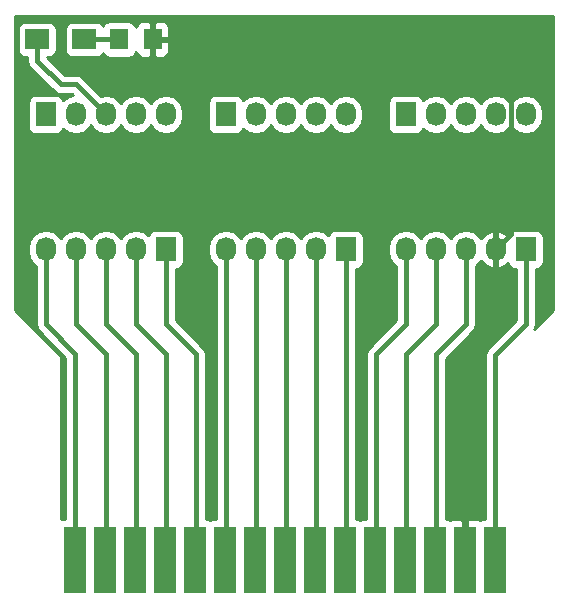
<source format=gtl>
%TF.GenerationSoftware,KiCad,Pcbnew,4.0.2+dfsg1-stable*%
%TF.CreationDate,2019-04-14T23:19:02+02:00*%
%TF.ProjectId,CART-Breakout,434152542D427265616B6F75742E6B69,rev?*%
%TF.FileFunction,Copper,L1,Top,Signal*%
%FSLAX46Y46*%
G04 Gerber Fmt 4.6, Leading zero omitted, Abs format (unit mm)*
G04 Created by KiCad (PCBNEW 4.0.2+dfsg1-stable) date Sun 14 Apr 2019 23:19:02 CEST*
%MOMM*%
G01*
G04 APERTURE LIST*
%ADD10C,0.100000*%
%ADD11R,1.930400X5.588000*%
%ADD12R,1.597660X1.800860*%
%ADD13R,1.727200X2.032000*%
%ADD14O,1.727200X2.032000*%
%ADD15R,2.000000X1.700000*%
%ADD16C,0.400000*%
%ADD17C,0.254000*%
G04 APERTURE END LIST*
D10*
D11*
X168830000Y-115152000D03*
X166290000Y-115152000D03*
X163750000Y-115152000D03*
X161210000Y-115152000D03*
X158670000Y-115152000D03*
X156130000Y-115152000D03*
X153590000Y-115152000D03*
X151050000Y-115152000D03*
X148510000Y-115152000D03*
X145970000Y-115152000D03*
X143430000Y-115152000D03*
X140890000Y-115152000D03*
X138350000Y-115152000D03*
X135810000Y-115152000D03*
X133270000Y-115152000D03*
D12*
X137010140Y-71120000D03*
X139849860Y-71120000D03*
D13*
X161290000Y-77470000D03*
D14*
X163830000Y-77470000D03*
X166370000Y-77470000D03*
X168910000Y-77470000D03*
X171450000Y-77470000D03*
D13*
X146050000Y-77470000D03*
D14*
X148590000Y-77470000D03*
X151130000Y-77470000D03*
X153670000Y-77470000D03*
X156210000Y-77470000D03*
D13*
X130810000Y-77470000D03*
D14*
X133350000Y-77470000D03*
X135890000Y-77470000D03*
X138430000Y-77470000D03*
X140970000Y-77470000D03*
D13*
X140970000Y-88900000D03*
D14*
X138430000Y-88900000D03*
X135890000Y-88900000D03*
X133350000Y-88900000D03*
X130810000Y-88900000D03*
D13*
X156210000Y-88900000D03*
D14*
X153670000Y-88900000D03*
X151130000Y-88900000D03*
X148590000Y-88900000D03*
X146050000Y-88900000D03*
D13*
X171450000Y-88900000D03*
D14*
X168910000Y-88900000D03*
X166370000Y-88900000D03*
X163830000Y-88900000D03*
X161290000Y-88900000D03*
D15*
X130080000Y-71120000D03*
X134080000Y-71120000D03*
D16*
X134080000Y-71120000D02*
X137010140Y-71120000D01*
X139849860Y-71120000D02*
X166370000Y-71120000D01*
X170180000Y-87630000D02*
X168910000Y-88900000D01*
X170180000Y-74930000D02*
X170180000Y-87630000D01*
X166370000Y-71120000D02*
X170180000Y-74930000D01*
X168910000Y-88900000D02*
X168910000Y-95250000D01*
X166370000Y-97790000D02*
X166370000Y-115072000D01*
X168910000Y-95250000D02*
X166370000Y-97790000D01*
X166370000Y-115072000D02*
X166290000Y-115152000D01*
X168830000Y-115152000D02*
X168830000Y-97870000D01*
X171450000Y-95250000D02*
X171450000Y-88900000D01*
X168830000Y-97870000D02*
X171450000Y-95250000D01*
X130080000Y-71120000D02*
X130080000Y-72930000D01*
X133350000Y-74930000D02*
X135890000Y-77470000D01*
X132080000Y-74930000D02*
X133350000Y-74930000D01*
X130080000Y-72930000D02*
X132080000Y-74930000D01*
X166370000Y-88900000D02*
X166370000Y-95250000D01*
X163830000Y-97790000D02*
X163830000Y-115072000D01*
X166370000Y-95250000D02*
X163830000Y-97790000D01*
X163830000Y-115072000D02*
X163750000Y-115152000D01*
X163830000Y-88900000D02*
X163830000Y-95250000D01*
X161290000Y-97790000D02*
X161290000Y-115072000D01*
X163830000Y-95250000D02*
X161290000Y-97790000D01*
X161290000Y-115072000D02*
X161210000Y-115152000D01*
X161290000Y-88900000D02*
X161290000Y-95250000D01*
X158750000Y-97790000D02*
X158750000Y-115072000D01*
X161290000Y-95250000D02*
X158750000Y-97790000D01*
X158750000Y-115072000D02*
X158670000Y-115152000D01*
X156210000Y-88900000D02*
X156210000Y-115072000D01*
X156210000Y-115072000D02*
X156130000Y-115152000D01*
X153670000Y-88900000D02*
X153670000Y-115072000D01*
X153670000Y-115072000D02*
X153590000Y-115152000D01*
X151130000Y-88900000D02*
X151130000Y-115072000D01*
X151130000Y-115072000D02*
X151050000Y-115152000D01*
X148590000Y-88900000D02*
X148590000Y-115072000D01*
X148590000Y-115072000D02*
X148510000Y-115152000D01*
X146050000Y-88900000D02*
X146050000Y-115072000D01*
X146050000Y-115072000D02*
X145970000Y-115152000D01*
X140970000Y-88900000D02*
X140970000Y-95250000D01*
X143510000Y-97790000D02*
X143510000Y-115072000D01*
X140970000Y-95250000D02*
X143510000Y-97790000D01*
X143510000Y-115072000D02*
X143430000Y-115152000D01*
X138430000Y-88900000D02*
X138430000Y-95250000D01*
X140970000Y-97790000D02*
X140970000Y-115072000D01*
X138430000Y-95250000D02*
X140970000Y-97790000D01*
X140970000Y-115072000D02*
X140890000Y-115152000D01*
X135890000Y-88900000D02*
X135890000Y-95250000D01*
X138430000Y-97790000D02*
X138430000Y-115072000D01*
X135890000Y-95250000D02*
X138430000Y-97790000D01*
X138430000Y-115072000D02*
X138350000Y-115152000D01*
X133350000Y-88900000D02*
X133350000Y-95250000D01*
X135890000Y-97790000D02*
X135890000Y-115072000D01*
X133350000Y-95250000D02*
X135890000Y-97790000D01*
X135890000Y-115072000D02*
X135810000Y-115152000D01*
X130810000Y-88900000D02*
X130810000Y-95250000D01*
X133270000Y-97710000D02*
X133270000Y-115152000D01*
X130810000Y-95250000D02*
X133270000Y-97710000D01*
D17*
G36*
X173790000Y-94030394D02*
X172162210Y-95658184D01*
X172221440Y-95569540D01*
X172285000Y-95250000D01*
X172285000Y-90563440D01*
X172313600Y-90563440D01*
X172548917Y-90519162D01*
X172765041Y-90380090D01*
X172910031Y-90167890D01*
X172961040Y-89916000D01*
X172961040Y-87884000D01*
X172916762Y-87648683D01*
X172777690Y-87432559D01*
X172565490Y-87287569D01*
X172313600Y-87236560D01*
X170586400Y-87236560D01*
X170351083Y-87280838D01*
X170134959Y-87419910D01*
X169989969Y-87632110D01*
X169970768Y-87726927D01*
X169812036Y-87549268D01*
X169284791Y-87295291D01*
X169269026Y-87292642D01*
X169037000Y-87413783D01*
X169037000Y-88773000D01*
X169057000Y-88773000D01*
X169057000Y-89027000D01*
X169037000Y-89027000D01*
X169037000Y-90386217D01*
X169269026Y-90507358D01*
X169284791Y-90504709D01*
X169812036Y-90250732D01*
X169968907Y-90075155D01*
X169983238Y-90151317D01*
X170122310Y-90367441D01*
X170334510Y-90512431D01*
X170586400Y-90563440D01*
X170615000Y-90563440D01*
X170615000Y-94904132D01*
X168239566Y-97279566D01*
X168058561Y-97550459D01*
X167995000Y-97870000D01*
X167995000Y-111710560D01*
X167864800Y-111710560D01*
X167629483Y-111754838D01*
X167562473Y-111797958D01*
X167381510Y-111723000D01*
X166575750Y-111723000D01*
X166417000Y-111881750D01*
X166417000Y-115025000D01*
X166437000Y-115025000D01*
X166437000Y-115279000D01*
X166417000Y-115279000D01*
X166417000Y-115299000D01*
X166163000Y-115299000D01*
X166163000Y-115279000D01*
X166143000Y-115279000D01*
X166143000Y-115025000D01*
X166163000Y-115025000D01*
X166163000Y-111881750D01*
X166004250Y-111723000D01*
X165198490Y-111723000D01*
X165019282Y-111797230D01*
X164967090Y-111761569D01*
X164715200Y-111710560D01*
X164665000Y-111710560D01*
X164665000Y-98135868D01*
X166960434Y-95840434D01*
X167047587Y-95710000D01*
X167141439Y-95569541D01*
X167205000Y-95250000D01*
X167205000Y-90294535D01*
X167429670Y-90144415D01*
X167636461Y-89834931D01*
X168007964Y-90250732D01*
X168535209Y-90504709D01*
X168550974Y-90507358D01*
X168783000Y-90386217D01*
X168783000Y-89027000D01*
X168763000Y-89027000D01*
X168763000Y-88773000D01*
X168783000Y-88773000D01*
X168783000Y-87413783D01*
X168550974Y-87292642D01*
X168535209Y-87295291D01*
X168007964Y-87549268D01*
X167636461Y-87965069D01*
X167429670Y-87655585D01*
X166943489Y-87330729D01*
X166370000Y-87216655D01*
X165796511Y-87330729D01*
X165310330Y-87655585D01*
X165100000Y-87970366D01*
X164889670Y-87655585D01*
X164403489Y-87330729D01*
X163830000Y-87216655D01*
X163256511Y-87330729D01*
X162770330Y-87655585D01*
X162560000Y-87970366D01*
X162349670Y-87655585D01*
X161863489Y-87330729D01*
X161290000Y-87216655D01*
X160716511Y-87330729D01*
X160230330Y-87655585D01*
X159905474Y-88141766D01*
X159791400Y-88715255D01*
X159791400Y-89084745D01*
X159905474Y-89658234D01*
X160230330Y-90144415D01*
X160455000Y-90294535D01*
X160455000Y-94904132D01*
X158159566Y-97199566D01*
X157978561Y-97470459D01*
X157915000Y-97790000D01*
X157915000Y-111710560D01*
X157704800Y-111710560D01*
X157469483Y-111754838D01*
X157401378Y-111798662D01*
X157347090Y-111761569D01*
X157095200Y-111710560D01*
X157045000Y-111710560D01*
X157045000Y-90563440D01*
X157073600Y-90563440D01*
X157308917Y-90519162D01*
X157525041Y-90380090D01*
X157670031Y-90167890D01*
X157721040Y-89916000D01*
X157721040Y-87884000D01*
X157676762Y-87648683D01*
X157537690Y-87432559D01*
X157325490Y-87287569D01*
X157073600Y-87236560D01*
X155346400Y-87236560D01*
X155111083Y-87280838D01*
X154894959Y-87419910D01*
X154749969Y-87632110D01*
X154741600Y-87673439D01*
X154729670Y-87655585D01*
X154243489Y-87330729D01*
X153670000Y-87216655D01*
X153096511Y-87330729D01*
X152610330Y-87655585D01*
X152400000Y-87970366D01*
X152189670Y-87655585D01*
X151703489Y-87330729D01*
X151130000Y-87216655D01*
X150556511Y-87330729D01*
X150070330Y-87655585D01*
X149860000Y-87970366D01*
X149649670Y-87655585D01*
X149163489Y-87330729D01*
X148590000Y-87216655D01*
X148016511Y-87330729D01*
X147530330Y-87655585D01*
X147320000Y-87970366D01*
X147109670Y-87655585D01*
X146623489Y-87330729D01*
X146050000Y-87216655D01*
X145476511Y-87330729D01*
X144990330Y-87655585D01*
X144665474Y-88141766D01*
X144551400Y-88715255D01*
X144551400Y-89084745D01*
X144665474Y-89658234D01*
X144990330Y-90144415D01*
X145215000Y-90294535D01*
X145215000Y-111710560D01*
X145004800Y-111710560D01*
X144769483Y-111754838D01*
X144701378Y-111798662D01*
X144647090Y-111761569D01*
X144395200Y-111710560D01*
X144345000Y-111710560D01*
X144345000Y-97790000D01*
X144281439Y-97470459D01*
X144100434Y-97199566D01*
X141805000Y-94904132D01*
X141805000Y-90563440D01*
X141833600Y-90563440D01*
X142068917Y-90519162D01*
X142285041Y-90380090D01*
X142430031Y-90167890D01*
X142481040Y-89916000D01*
X142481040Y-87884000D01*
X142436762Y-87648683D01*
X142297690Y-87432559D01*
X142085490Y-87287569D01*
X141833600Y-87236560D01*
X140106400Y-87236560D01*
X139871083Y-87280838D01*
X139654959Y-87419910D01*
X139509969Y-87632110D01*
X139501600Y-87673439D01*
X139489670Y-87655585D01*
X139003489Y-87330729D01*
X138430000Y-87216655D01*
X137856511Y-87330729D01*
X137370330Y-87655585D01*
X137160000Y-87970366D01*
X136949670Y-87655585D01*
X136463489Y-87330729D01*
X135890000Y-87216655D01*
X135316511Y-87330729D01*
X134830330Y-87655585D01*
X134620000Y-87970366D01*
X134409670Y-87655585D01*
X133923489Y-87330729D01*
X133350000Y-87216655D01*
X132776511Y-87330729D01*
X132290330Y-87655585D01*
X132080000Y-87970366D01*
X131869670Y-87655585D01*
X131383489Y-87330729D01*
X130810000Y-87216655D01*
X130236511Y-87330729D01*
X129750330Y-87655585D01*
X129425474Y-88141766D01*
X129311400Y-88715255D01*
X129311400Y-89084745D01*
X129425474Y-89658234D01*
X129750330Y-90144415D01*
X129975000Y-90294535D01*
X129975000Y-95250000D01*
X130038561Y-95569541D01*
X130132413Y-95710000D01*
X130219566Y-95840434D01*
X132435000Y-98055868D01*
X132435000Y-111710560D01*
X132304800Y-111710560D01*
X132127000Y-111744015D01*
X132127000Y-98000000D01*
X132116994Y-97950590D01*
X132089803Y-97910197D01*
X128210000Y-94030394D01*
X128210000Y-70270000D01*
X128432560Y-70270000D01*
X128432560Y-71970000D01*
X128476838Y-72205317D01*
X128615910Y-72421441D01*
X128828110Y-72566431D01*
X129080000Y-72617440D01*
X129245000Y-72617440D01*
X129245000Y-72930000D01*
X129308561Y-73249541D01*
X129489566Y-73520434D01*
X131489566Y-75520434D01*
X131760459Y-75701439D01*
X132080000Y-75765000D01*
X133004132Y-75765000D01*
X133079577Y-75840445D01*
X132776511Y-75900729D01*
X132290330Y-76225585D01*
X132280757Y-76239913D01*
X132276762Y-76218683D01*
X132137690Y-76002559D01*
X131925490Y-75857569D01*
X131673600Y-75806560D01*
X129946400Y-75806560D01*
X129711083Y-75850838D01*
X129494959Y-75989910D01*
X129349969Y-76202110D01*
X129298960Y-76454000D01*
X129298960Y-78486000D01*
X129343238Y-78721317D01*
X129482310Y-78937441D01*
X129694510Y-79082431D01*
X129946400Y-79133440D01*
X131673600Y-79133440D01*
X131908917Y-79089162D01*
X132125041Y-78950090D01*
X132270031Y-78737890D01*
X132278400Y-78696561D01*
X132290330Y-78714415D01*
X132776511Y-79039271D01*
X133350000Y-79153345D01*
X133923489Y-79039271D01*
X134409670Y-78714415D01*
X134620000Y-78399634D01*
X134830330Y-78714415D01*
X135316511Y-79039271D01*
X135890000Y-79153345D01*
X136463489Y-79039271D01*
X136949670Y-78714415D01*
X137160000Y-78399634D01*
X137370330Y-78714415D01*
X137856511Y-79039271D01*
X138430000Y-79153345D01*
X139003489Y-79039271D01*
X139489670Y-78714415D01*
X139700000Y-78399634D01*
X139910330Y-78714415D01*
X140396511Y-79039271D01*
X140970000Y-79153345D01*
X141543489Y-79039271D01*
X142029670Y-78714415D01*
X142354526Y-78228234D01*
X142468600Y-77654745D01*
X142468600Y-77285255D01*
X142354526Y-76711766D01*
X142182293Y-76454000D01*
X144538960Y-76454000D01*
X144538960Y-78486000D01*
X144583238Y-78721317D01*
X144722310Y-78937441D01*
X144934510Y-79082431D01*
X145186400Y-79133440D01*
X146913600Y-79133440D01*
X147148917Y-79089162D01*
X147365041Y-78950090D01*
X147510031Y-78737890D01*
X147518400Y-78696561D01*
X147530330Y-78714415D01*
X148016511Y-79039271D01*
X148590000Y-79153345D01*
X149163489Y-79039271D01*
X149649670Y-78714415D01*
X149860000Y-78399634D01*
X150070330Y-78714415D01*
X150556511Y-79039271D01*
X151130000Y-79153345D01*
X151703489Y-79039271D01*
X152189670Y-78714415D01*
X152400000Y-78399634D01*
X152610330Y-78714415D01*
X153096511Y-79039271D01*
X153670000Y-79153345D01*
X154243489Y-79039271D01*
X154729670Y-78714415D01*
X154940000Y-78399634D01*
X155150330Y-78714415D01*
X155636511Y-79039271D01*
X156210000Y-79153345D01*
X156783489Y-79039271D01*
X157269670Y-78714415D01*
X157594526Y-78228234D01*
X157708600Y-77654745D01*
X157708600Y-77285255D01*
X157594526Y-76711766D01*
X157422293Y-76454000D01*
X159778960Y-76454000D01*
X159778960Y-78486000D01*
X159823238Y-78721317D01*
X159962310Y-78937441D01*
X160174510Y-79082431D01*
X160426400Y-79133440D01*
X162153600Y-79133440D01*
X162388917Y-79089162D01*
X162605041Y-78950090D01*
X162750031Y-78737890D01*
X162758400Y-78696561D01*
X162770330Y-78714415D01*
X163256511Y-79039271D01*
X163830000Y-79153345D01*
X164403489Y-79039271D01*
X164889670Y-78714415D01*
X165100000Y-78399634D01*
X165310330Y-78714415D01*
X165796511Y-79039271D01*
X166370000Y-79153345D01*
X166943489Y-79039271D01*
X167429670Y-78714415D01*
X167640000Y-78399634D01*
X167850330Y-78714415D01*
X168336511Y-79039271D01*
X168910000Y-79153345D01*
X169483489Y-79039271D01*
X169969670Y-78714415D01*
X170180000Y-78399634D01*
X170390330Y-78714415D01*
X170876511Y-79039271D01*
X171450000Y-79153345D01*
X172023489Y-79039271D01*
X172509670Y-78714415D01*
X172834526Y-78228234D01*
X172948600Y-77654745D01*
X172948600Y-77285255D01*
X172834526Y-76711766D01*
X172509670Y-76225585D01*
X172023489Y-75900729D01*
X171450000Y-75786655D01*
X170876511Y-75900729D01*
X170390330Y-76225585D01*
X170180000Y-76540366D01*
X169969670Y-76225585D01*
X169483489Y-75900729D01*
X168910000Y-75786655D01*
X168336511Y-75900729D01*
X167850330Y-76225585D01*
X167640000Y-76540366D01*
X167429670Y-76225585D01*
X166943489Y-75900729D01*
X166370000Y-75786655D01*
X165796511Y-75900729D01*
X165310330Y-76225585D01*
X165100000Y-76540366D01*
X164889670Y-76225585D01*
X164403489Y-75900729D01*
X163830000Y-75786655D01*
X163256511Y-75900729D01*
X162770330Y-76225585D01*
X162760757Y-76239913D01*
X162756762Y-76218683D01*
X162617690Y-76002559D01*
X162405490Y-75857569D01*
X162153600Y-75806560D01*
X160426400Y-75806560D01*
X160191083Y-75850838D01*
X159974959Y-75989910D01*
X159829969Y-76202110D01*
X159778960Y-76454000D01*
X157422293Y-76454000D01*
X157269670Y-76225585D01*
X156783489Y-75900729D01*
X156210000Y-75786655D01*
X155636511Y-75900729D01*
X155150330Y-76225585D01*
X154940000Y-76540366D01*
X154729670Y-76225585D01*
X154243489Y-75900729D01*
X153670000Y-75786655D01*
X153096511Y-75900729D01*
X152610330Y-76225585D01*
X152400000Y-76540366D01*
X152189670Y-76225585D01*
X151703489Y-75900729D01*
X151130000Y-75786655D01*
X150556511Y-75900729D01*
X150070330Y-76225585D01*
X149860000Y-76540366D01*
X149649670Y-76225585D01*
X149163489Y-75900729D01*
X148590000Y-75786655D01*
X148016511Y-75900729D01*
X147530330Y-76225585D01*
X147520757Y-76239913D01*
X147516762Y-76218683D01*
X147377690Y-76002559D01*
X147165490Y-75857569D01*
X146913600Y-75806560D01*
X145186400Y-75806560D01*
X144951083Y-75850838D01*
X144734959Y-75989910D01*
X144589969Y-76202110D01*
X144538960Y-76454000D01*
X142182293Y-76454000D01*
X142029670Y-76225585D01*
X141543489Y-75900729D01*
X140970000Y-75786655D01*
X140396511Y-75900729D01*
X139910330Y-76225585D01*
X139700000Y-76540366D01*
X139489670Y-76225585D01*
X139003489Y-75900729D01*
X138430000Y-75786655D01*
X137856511Y-75900729D01*
X137370330Y-76225585D01*
X137160000Y-76540366D01*
X136949670Y-76225585D01*
X136463489Y-75900729D01*
X135890000Y-75786655D01*
X135470889Y-75870021D01*
X133940434Y-74339566D01*
X133669541Y-74158561D01*
X133350000Y-74095000D01*
X132425868Y-74095000D01*
X130948308Y-72617440D01*
X131080000Y-72617440D01*
X131315317Y-72573162D01*
X131531441Y-72434090D01*
X131676431Y-72221890D01*
X131727440Y-71970000D01*
X131727440Y-70270000D01*
X132432560Y-70270000D01*
X132432560Y-71970000D01*
X132476838Y-72205317D01*
X132615910Y-72421441D01*
X132828110Y-72566431D01*
X133080000Y-72617440D01*
X135080000Y-72617440D01*
X135315317Y-72573162D01*
X135531441Y-72434090D01*
X135630046Y-72289777D01*
X135747220Y-72471871D01*
X135959420Y-72616861D01*
X136211310Y-72667870D01*
X137808970Y-72667870D01*
X138044287Y-72623592D01*
X138260411Y-72484520D01*
X138405401Y-72272320D01*
X138425971Y-72170741D01*
X138512703Y-72380129D01*
X138691332Y-72558757D01*
X138924721Y-72655430D01*
X139564110Y-72655430D01*
X139722860Y-72496680D01*
X139722860Y-71247000D01*
X139976860Y-71247000D01*
X139976860Y-72496680D01*
X140135610Y-72655430D01*
X140774999Y-72655430D01*
X141008388Y-72558757D01*
X141187017Y-72380129D01*
X141283690Y-72146740D01*
X141283690Y-71405750D01*
X141124940Y-71247000D01*
X139976860Y-71247000D01*
X139722860Y-71247000D01*
X139702860Y-71247000D01*
X139702860Y-70993000D01*
X139722860Y-70993000D01*
X139722860Y-69743320D01*
X139976860Y-69743320D01*
X139976860Y-70993000D01*
X141124940Y-70993000D01*
X141283690Y-70834250D01*
X141283690Y-70093260D01*
X141187017Y-69859871D01*
X141008388Y-69681243D01*
X140774999Y-69584570D01*
X140135610Y-69584570D01*
X139976860Y-69743320D01*
X139722860Y-69743320D01*
X139564110Y-69584570D01*
X138924721Y-69584570D01*
X138691332Y-69681243D01*
X138512703Y-69859871D01*
X138427454Y-70065681D01*
X138412132Y-69984253D01*
X138273060Y-69768129D01*
X138060860Y-69623139D01*
X137808970Y-69572130D01*
X136211310Y-69572130D01*
X135975993Y-69616408D01*
X135759869Y-69755480D01*
X135627840Y-69948711D01*
X135544090Y-69818559D01*
X135331890Y-69673569D01*
X135080000Y-69622560D01*
X133080000Y-69622560D01*
X132844683Y-69666838D01*
X132628559Y-69805910D01*
X132483569Y-70018110D01*
X132432560Y-70270000D01*
X131727440Y-70270000D01*
X131683162Y-70034683D01*
X131544090Y-69818559D01*
X131331890Y-69673569D01*
X131080000Y-69622560D01*
X129080000Y-69622560D01*
X128844683Y-69666838D01*
X128628559Y-69805910D01*
X128483569Y-70018110D01*
X128432560Y-70270000D01*
X128210000Y-70270000D01*
X128210000Y-69127000D01*
X173790000Y-69127000D01*
X173790000Y-94030394D01*
X173790000Y-94030394D01*
G37*
X173790000Y-94030394D02*
X172162210Y-95658184D01*
X172221440Y-95569540D01*
X172285000Y-95250000D01*
X172285000Y-90563440D01*
X172313600Y-90563440D01*
X172548917Y-90519162D01*
X172765041Y-90380090D01*
X172910031Y-90167890D01*
X172961040Y-89916000D01*
X172961040Y-87884000D01*
X172916762Y-87648683D01*
X172777690Y-87432559D01*
X172565490Y-87287569D01*
X172313600Y-87236560D01*
X170586400Y-87236560D01*
X170351083Y-87280838D01*
X170134959Y-87419910D01*
X169989969Y-87632110D01*
X169970768Y-87726927D01*
X169812036Y-87549268D01*
X169284791Y-87295291D01*
X169269026Y-87292642D01*
X169037000Y-87413783D01*
X169037000Y-88773000D01*
X169057000Y-88773000D01*
X169057000Y-89027000D01*
X169037000Y-89027000D01*
X169037000Y-90386217D01*
X169269026Y-90507358D01*
X169284791Y-90504709D01*
X169812036Y-90250732D01*
X169968907Y-90075155D01*
X169983238Y-90151317D01*
X170122310Y-90367441D01*
X170334510Y-90512431D01*
X170586400Y-90563440D01*
X170615000Y-90563440D01*
X170615000Y-94904132D01*
X168239566Y-97279566D01*
X168058561Y-97550459D01*
X167995000Y-97870000D01*
X167995000Y-111710560D01*
X167864800Y-111710560D01*
X167629483Y-111754838D01*
X167562473Y-111797958D01*
X167381510Y-111723000D01*
X166575750Y-111723000D01*
X166417000Y-111881750D01*
X166417000Y-115025000D01*
X166437000Y-115025000D01*
X166437000Y-115279000D01*
X166417000Y-115279000D01*
X166417000Y-115299000D01*
X166163000Y-115299000D01*
X166163000Y-115279000D01*
X166143000Y-115279000D01*
X166143000Y-115025000D01*
X166163000Y-115025000D01*
X166163000Y-111881750D01*
X166004250Y-111723000D01*
X165198490Y-111723000D01*
X165019282Y-111797230D01*
X164967090Y-111761569D01*
X164715200Y-111710560D01*
X164665000Y-111710560D01*
X164665000Y-98135868D01*
X166960434Y-95840434D01*
X167047587Y-95710000D01*
X167141439Y-95569541D01*
X167205000Y-95250000D01*
X167205000Y-90294535D01*
X167429670Y-90144415D01*
X167636461Y-89834931D01*
X168007964Y-90250732D01*
X168535209Y-90504709D01*
X168550974Y-90507358D01*
X168783000Y-90386217D01*
X168783000Y-89027000D01*
X168763000Y-89027000D01*
X168763000Y-88773000D01*
X168783000Y-88773000D01*
X168783000Y-87413783D01*
X168550974Y-87292642D01*
X168535209Y-87295291D01*
X168007964Y-87549268D01*
X167636461Y-87965069D01*
X167429670Y-87655585D01*
X166943489Y-87330729D01*
X166370000Y-87216655D01*
X165796511Y-87330729D01*
X165310330Y-87655585D01*
X165100000Y-87970366D01*
X164889670Y-87655585D01*
X164403489Y-87330729D01*
X163830000Y-87216655D01*
X163256511Y-87330729D01*
X162770330Y-87655585D01*
X162560000Y-87970366D01*
X162349670Y-87655585D01*
X161863489Y-87330729D01*
X161290000Y-87216655D01*
X160716511Y-87330729D01*
X160230330Y-87655585D01*
X159905474Y-88141766D01*
X159791400Y-88715255D01*
X159791400Y-89084745D01*
X159905474Y-89658234D01*
X160230330Y-90144415D01*
X160455000Y-90294535D01*
X160455000Y-94904132D01*
X158159566Y-97199566D01*
X157978561Y-97470459D01*
X157915000Y-97790000D01*
X157915000Y-111710560D01*
X157704800Y-111710560D01*
X157469483Y-111754838D01*
X157401378Y-111798662D01*
X157347090Y-111761569D01*
X157095200Y-111710560D01*
X157045000Y-111710560D01*
X157045000Y-90563440D01*
X157073600Y-90563440D01*
X157308917Y-90519162D01*
X157525041Y-90380090D01*
X157670031Y-90167890D01*
X157721040Y-89916000D01*
X157721040Y-87884000D01*
X157676762Y-87648683D01*
X157537690Y-87432559D01*
X157325490Y-87287569D01*
X157073600Y-87236560D01*
X155346400Y-87236560D01*
X155111083Y-87280838D01*
X154894959Y-87419910D01*
X154749969Y-87632110D01*
X154741600Y-87673439D01*
X154729670Y-87655585D01*
X154243489Y-87330729D01*
X153670000Y-87216655D01*
X153096511Y-87330729D01*
X152610330Y-87655585D01*
X152400000Y-87970366D01*
X152189670Y-87655585D01*
X151703489Y-87330729D01*
X151130000Y-87216655D01*
X150556511Y-87330729D01*
X150070330Y-87655585D01*
X149860000Y-87970366D01*
X149649670Y-87655585D01*
X149163489Y-87330729D01*
X148590000Y-87216655D01*
X148016511Y-87330729D01*
X147530330Y-87655585D01*
X147320000Y-87970366D01*
X147109670Y-87655585D01*
X146623489Y-87330729D01*
X146050000Y-87216655D01*
X145476511Y-87330729D01*
X144990330Y-87655585D01*
X144665474Y-88141766D01*
X144551400Y-88715255D01*
X144551400Y-89084745D01*
X144665474Y-89658234D01*
X144990330Y-90144415D01*
X145215000Y-90294535D01*
X145215000Y-111710560D01*
X145004800Y-111710560D01*
X144769483Y-111754838D01*
X144701378Y-111798662D01*
X144647090Y-111761569D01*
X144395200Y-111710560D01*
X144345000Y-111710560D01*
X144345000Y-97790000D01*
X144281439Y-97470459D01*
X144100434Y-97199566D01*
X141805000Y-94904132D01*
X141805000Y-90563440D01*
X141833600Y-90563440D01*
X142068917Y-90519162D01*
X142285041Y-90380090D01*
X142430031Y-90167890D01*
X142481040Y-89916000D01*
X142481040Y-87884000D01*
X142436762Y-87648683D01*
X142297690Y-87432559D01*
X142085490Y-87287569D01*
X141833600Y-87236560D01*
X140106400Y-87236560D01*
X139871083Y-87280838D01*
X139654959Y-87419910D01*
X139509969Y-87632110D01*
X139501600Y-87673439D01*
X139489670Y-87655585D01*
X139003489Y-87330729D01*
X138430000Y-87216655D01*
X137856511Y-87330729D01*
X137370330Y-87655585D01*
X137160000Y-87970366D01*
X136949670Y-87655585D01*
X136463489Y-87330729D01*
X135890000Y-87216655D01*
X135316511Y-87330729D01*
X134830330Y-87655585D01*
X134620000Y-87970366D01*
X134409670Y-87655585D01*
X133923489Y-87330729D01*
X133350000Y-87216655D01*
X132776511Y-87330729D01*
X132290330Y-87655585D01*
X132080000Y-87970366D01*
X131869670Y-87655585D01*
X131383489Y-87330729D01*
X130810000Y-87216655D01*
X130236511Y-87330729D01*
X129750330Y-87655585D01*
X129425474Y-88141766D01*
X129311400Y-88715255D01*
X129311400Y-89084745D01*
X129425474Y-89658234D01*
X129750330Y-90144415D01*
X129975000Y-90294535D01*
X129975000Y-95250000D01*
X130038561Y-95569541D01*
X130132413Y-95710000D01*
X130219566Y-95840434D01*
X132435000Y-98055868D01*
X132435000Y-111710560D01*
X132304800Y-111710560D01*
X132127000Y-111744015D01*
X132127000Y-98000000D01*
X132116994Y-97950590D01*
X132089803Y-97910197D01*
X128210000Y-94030394D01*
X128210000Y-70270000D01*
X128432560Y-70270000D01*
X128432560Y-71970000D01*
X128476838Y-72205317D01*
X128615910Y-72421441D01*
X128828110Y-72566431D01*
X129080000Y-72617440D01*
X129245000Y-72617440D01*
X129245000Y-72930000D01*
X129308561Y-73249541D01*
X129489566Y-73520434D01*
X131489566Y-75520434D01*
X131760459Y-75701439D01*
X132080000Y-75765000D01*
X133004132Y-75765000D01*
X133079577Y-75840445D01*
X132776511Y-75900729D01*
X132290330Y-76225585D01*
X132280757Y-76239913D01*
X132276762Y-76218683D01*
X132137690Y-76002559D01*
X131925490Y-75857569D01*
X131673600Y-75806560D01*
X129946400Y-75806560D01*
X129711083Y-75850838D01*
X129494959Y-75989910D01*
X129349969Y-76202110D01*
X129298960Y-76454000D01*
X129298960Y-78486000D01*
X129343238Y-78721317D01*
X129482310Y-78937441D01*
X129694510Y-79082431D01*
X129946400Y-79133440D01*
X131673600Y-79133440D01*
X131908917Y-79089162D01*
X132125041Y-78950090D01*
X132270031Y-78737890D01*
X132278400Y-78696561D01*
X132290330Y-78714415D01*
X132776511Y-79039271D01*
X133350000Y-79153345D01*
X133923489Y-79039271D01*
X134409670Y-78714415D01*
X134620000Y-78399634D01*
X134830330Y-78714415D01*
X135316511Y-79039271D01*
X135890000Y-79153345D01*
X136463489Y-79039271D01*
X136949670Y-78714415D01*
X137160000Y-78399634D01*
X137370330Y-78714415D01*
X137856511Y-79039271D01*
X138430000Y-79153345D01*
X139003489Y-79039271D01*
X139489670Y-78714415D01*
X139700000Y-78399634D01*
X139910330Y-78714415D01*
X140396511Y-79039271D01*
X140970000Y-79153345D01*
X141543489Y-79039271D01*
X142029670Y-78714415D01*
X142354526Y-78228234D01*
X142468600Y-77654745D01*
X142468600Y-77285255D01*
X142354526Y-76711766D01*
X142182293Y-76454000D01*
X144538960Y-76454000D01*
X144538960Y-78486000D01*
X144583238Y-78721317D01*
X144722310Y-78937441D01*
X144934510Y-79082431D01*
X145186400Y-79133440D01*
X146913600Y-79133440D01*
X147148917Y-79089162D01*
X147365041Y-78950090D01*
X147510031Y-78737890D01*
X147518400Y-78696561D01*
X147530330Y-78714415D01*
X148016511Y-79039271D01*
X148590000Y-79153345D01*
X149163489Y-79039271D01*
X149649670Y-78714415D01*
X149860000Y-78399634D01*
X150070330Y-78714415D01*
X150556511Y-79039271D01*
X151130000Y-79153345D01*
X151703489Y-79039271D01*
X152189670Y-78714415D01*
X152400000Y-78399634D01*
X152610330Y-78714415D01*
X153096511Y-79039271D01*
X153670000Y-79153345D01*
X154243489Y-79039271D01*
X154729670Y-78714415D01*
X154940000Y-78399634D01*
X155150330Y-78714415D01*
X155636511Y-79039271D01*
X156210000Y-79153345D01*
X156783489Y-79039271D01*
X157269670Y-78714415D01*
X157594526Y-78228234D01*
X157708600Y-77654745D01*
X157708600Y-77285255D01*
X157594526Y-76711766D01*
X157422293Y-76454000D01*
X159778960Y-76454000D01*
X159778960Y-78486000D01*
X159823238Y-78721317D01*
X159962310Y-78937441D01*
X160174510Y-79082431D01*
X160426400Y-79133440D01*
X162153600Y-79133440D01*
X162388917Y-79089162D01*
X162605041Y-78950090D01*
X162750031Y-78737890D01*
X162758400Y-78696561D01*
X162770330Y-78714415D01*
X163256511Y-79039271D01*
X163830000Y-79153345D01*
X164403489Y-79039271D01*
X164889670Y-78714415D01*
X165100000Y-78399634D01*
X165310330Y-78714415D01*
X165796511Y-79039271D01*
X166370000Y-79153345D01*
X166943489Y-79039271D01*
X167429670Y-78714415D01*
X167640000Y-78399634D01*
X167850330Y-78714415D01*
X168336511Y-79039271D01*
X168910000Y-79153345D01*
X169483489Y-79039271D01*
X169969670Y-78714415D01*
X170180000Y-78399634D01*
X170390330Y-78714415D01*
X170876511Y-79039271D01*
X171450000Y-79153345D01*
X172023489Y-79039271D01*
X172509670Y-78714415D01*
X172834526Y-78228234D01*
X172948600Y-77654745D01*
X172948600Y-77285255D01*
X172834526Y-76711766D01*
X172509670Y-76225585D01*
X172023489Y-75900729D01*
X171450000Y-75786655D01*
X170876511Y-75900729D01*
X170390330Y-76225585D01*
X170180000Y-76540366D01*
X169969670Y-76225585D01*
X169483489Y-75900729D01*
X168910000Y-75786655D01*
X168336511Y-75900729D01*
X167850330Y-76225585D01*
X167640000Y-76540366D01*
X167429670Y-76225585D01*
X166943489Y-75900729D01*
X166370000Y-75786655D01*
X165796511Y-75900729D01*
X165310330Y-76225585D01*
X165100000Y-76540366D01*
X164889670Y-76225585D01*
X164403489Y-75900729D01*
X163830000Y-75786655D01*
X163256511Y-75900729D01*
X162770330Y-76225585D01*
X162760757Y-76239913D01*
X162756762Y-76218683D01*
X162617690Y-76002559D01*
X162405490Y-75857569D01*
X162153600Y-75806560D01*
X160426400Y-75806560D01*
X160191083Y-75850838D01*
X159974959Y-75989910D01*
X159829969Y-76202110D01*
X159778960Y-76454000D01*
X157422293Y-76454000D01*
X157269670Y-76225585D01*
X156783489Y-75900729D01*
X156210000Y-75786655D01*
X155636511Y-75900729D01*
X155150330Y-76225585D01*
X154940000Y-76540366D01*
X154729670Y-76225585D01*
X154243489Y-75900729D01*
X153670000Y-75786655D01*
X153096511Y-75900729D01*
X152610330Y-76225585D01*
X152400000Y-76540366D01*
X152189670Y-76225585D01*
X151703489Y-75900729D01*
X151130000Y-75786655D01*
X150556511Y-75900729D01*
X150070330Y-76225585D01*
X149860000Y-76540366D01*
X149649670Y-76225585D01*
X149163489Y-75900729D01*
X148590000Y-75786655D01*
X148016511Y-75900729D01*
X147530330Y-76225585D01*
X147520757Y-76239913D01*
X147516762Y-76218683D01*
X147377690Y-76002559D01*
X147165490Y-75857569D01*
X146913600Y-75806560D01*
X145186400Y-75806560D01*
X144951083Y-75850838D01*
X144734959Y-75989910D01*
X144589969Y-76202110D01*
X144538960Y-76454000D01*
X142182293Y-76454000D01*
X142029670Y-76225585D01*
X141543489Y-75900729D01*
X140970000Y-75786655D01*
X140396511Y-75900729D01*
X139910330Y-76225585D01*
X139700000Y-76540366D01*
X139489670Y-76225585D01*
X139003489Y-75900729D01*
X138430000Y-75786655D01*
X137856511Y-75900729D01*
X137370330Y-76225585D01*
X137160000Y-76540366D01*
X136949670Y-76225585D01*
X136463489Y-75900729D01*
X135890000Y-75786655D01*
X135470889Y-75870021D01*
X133940434Y-74339566D01*
X133669541Y-74158561D01*
X133350000Y-74095000D01*
X132425868Y-74095000D01*
X130948308Y-72617440D01*
X131080000Y-72617440D01*
X131315317Y-72573162D01*
X131531441Y-72434090D01*
X131676431Y-72221890D01*
X131727440Y-71970000D01*
X131727440Y-70270000D01*
X132432560Y-70270000D01*
X132432560Y-71970000D01*
X132476838Y-72205317D01*
X132615910Y-72421441D01*
X132828110Y-72566431D01*
X133080000Y-72617440D01*
X135080000Y-72617440D01*
X135315317Y-72573162D01*
X135531441Y-72434090D01*
X135630046Y-72289777D01*
X135747220Y-72471871D01*
X135959420Y-72616861D01*
X136211310Y-72667870D01*
X137808970Y-72667870D01*
X138044287Y-72623592D01*
X138260411Y-72484520D01*
X138405401Y-72272320D01*
X138425971Y-72170741D01*
X138512703Y-72380129D01*
X138691332Y-72558757D01*
X138924721Y-72655430D01*
X139564110Y-72655430D01*
X139722860Y-72496680D01*
X139722860Y-71247000D01*
X139976860Y-71247000D01*
X139976860Y-72496680D01*
X140135610Y-72655430D01*
X140774999Y-72655430D01*
X141008388Y-72558757D01*
X141187017Y-72380129D01*
X141283690Y-72146740D01*
X141283690Y-71405750D01*
X141124940Y-71247000D01*
X139976860Y-71247000D01*
X139722860Y-71247000D01*
X139702860Y-71247000D01*
X139702860Y-70993000D01*
X139722860Y-70993000D01*
X139722860Y-69743320D01*
X139976860Y-69743320D01*
X139976860Y-70993000D01*
X141124940Y-70993000D01*
X141283690Y-70834250D01*
X141283690Y-70093260D01*
X141187017Y-69859871D01*
X141008388Y-69681243D01*
X140774999Y-69584570D01*
X140135610Y-69584570D01*
X139976860Y-69743320D01*
X139722860Y-69743320D01*
X139564110Y-69584570D01*
X138924721Y-69584570D01*
X138691332Y-69681243D01*
X138512703Y-69859871D01*
X138427454Y-70065681D01*
X138412132Y-69984253D01*
X138273060Y-69768129D01*
X138060860Y-69623139D01*
X137808970Y-69572130D01*
X136211310Y-69572130D01*
X135975993Y-69616408D01*
X135759869Y-69755480D01*
X135627840Y-69948711D01*
X135544090Y-69818559D01*
X135331890Y-69673569D01*
X135080000Y-69622560D01*
X133080000Y-69622560D01*
X132844683Y-69666838D01*
X132628559Y-69805910D01*
X132483569Y-70018110D01*
X132432560Y-70270000D01*
X131727440Y-70270000D01*
X131683162Y-70034683D01*
X131544090Y-69818559D01*
X131331890Y-69673569D01*
X131080000Y-69622560D01*
X129080000Y-69622560D01*
X128844683Y-69666838D01*
X128628559Y-69805910D01*
X128483569Y-70018110D01*
X128432560Y-70270000D01*
X128210000Y-70270000D01*
X128210000Y-69127000D01*
X173790000Y-69127000D01*
X173790000Y-94030394D01*
M02*

</source>
